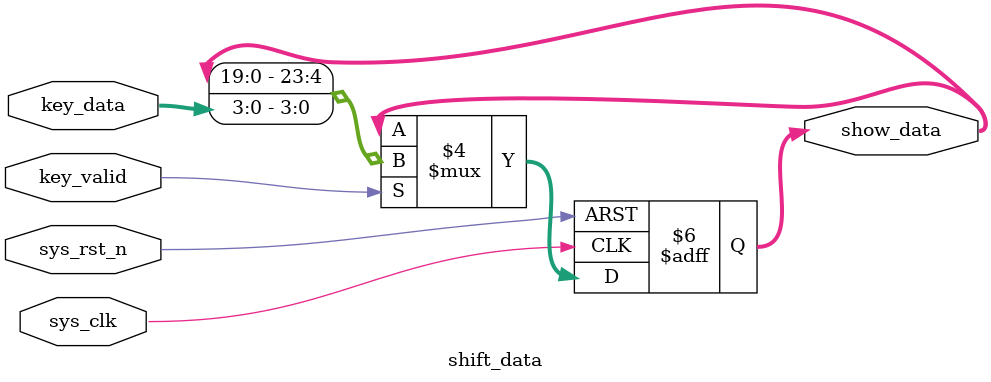
<source format=v>
module shift_data (
    input sys_clk,
    input sys_rst_n,
    input key_valid,        // Key pressed and jitter removed
    input [3:0] key_data,
    output reg [23:0] show_data
);
    always @(posedge sys_clk or negedge sys_rst_n) begin
        if (~sys_rst_n)
            show_data <= 24'd0;
        else if (key_valid)
            show_data <= {show_data[19:0], key_data[3:0]};
        else
            show_data <= show_data;
    end
endmodule
</source>
